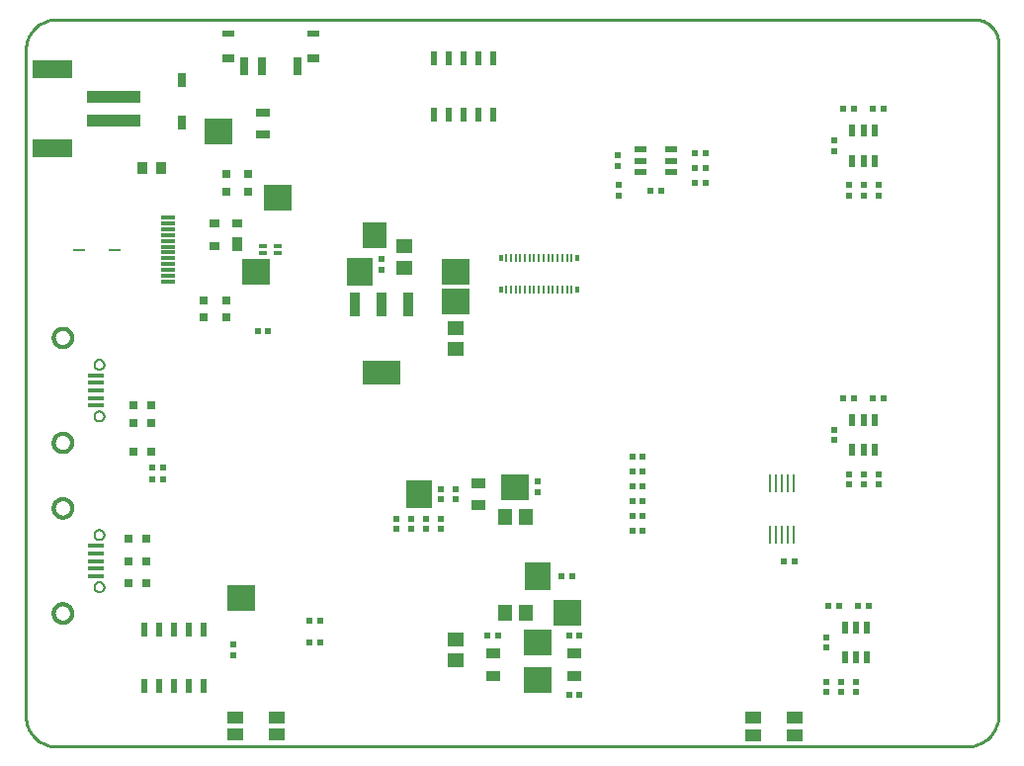
<source format=gbr>
G04 EAGLE Gerber RS-274X export*
G75*
%MOMM*%
%FSLAX34Y34*%
%LPD*%
%INSolderpaste Top*%
%IPPOS*%
%AMOC8*
5,1,8,0,0,1.08239X$1,22.5*%
G01*
%ADD10R,1.300000X0.900000*%
%ADD11R,2.489200X2.235200*%
%ADD12R,2.235200X2.489200*%
%ADD13R,0.230000X0.700000*%
%ADD14R,0.299200X0.609200*%
%ADD15R,0.950000X2.150000*%
%ADD16R,3.250000X2.150000*%
%ADD17R,1.450000X1.150000*%
%ADD18R,0.620000X0.620000*%
%ADD19R,0.279400X1.574800*%
%ADD20R,0.508000X1.270000*%
%ADD21R,0.500000X0.500000*%
%ADD22R,4.600000X1.000000*%
%ADD23R,3.400000X1.600000*%
%ADD24R,0.700000X1.200000*%
%ADD25R,1.200000X0.800000*%
%ADD26R,0.700000X1.500000*%
%ADD27R,1.000000X0.600000*%
%ADD28R,1.000000X0.800000*%
%ADD29R,2.057400X2.235200*%
%ADD30R,1.150000X1.450000*%
%ADD31R,1.400000X1.050000*%
%ADD32R,0.950000X1.000000*%
%ADD33R,0.800000X0.800000*%
%ADD34R,1.000000X0.200000*%
%ADD35R,1.200000X0.300000*%
%ADD36R,0.700000X0.300000*%
%ADD37R,1.100000X0.600000*%
%ADD38R,0.600000X1.100000*%
%ADD39R,0.900000X1.200000*%
%ADD40R,0.900000X0.800000*%
%ADD41C,0.325000*%
%ADD42C,0.200000*%
%ADD43R,1.350000X0.400000*%
%ADD44C,0.254000*%


D10*
X241300Y60350D03*
X241300Y79350D03*
X158750Y225400D03*
X158750Y206400D03*
X171450Y60350D03*
X171450Y79350D03*
D11*
X209550Y57150D03*
D12*
X209550Y146050D03*
D11*
X209550Y88900D03*
X234950Y114300D03*
D12*
X107950Y215900D03*
D11*
X190500Y222250D03*
D13*
X182820Y418680D03*
X182820Y391580D03*
X186820Y418680D03*
X186820Y391580D03*
X190820Y418680D03*
X190820Y391580D03*
X194820Y418680D03*
X194820Y391580D03*
X198820Y418680D03*
X198820Y391580D03*
X202820Y418680D03*
X202820Y391580D03*
X206820Y418680D03*
X206820Y391580D03*
X210820Y418680D03*
X210820Y391580D03*
X214820Y418680D03*
X214820Y391580D03*
X218820Y418680D03*
X218820Y391580D03*
X222820Y418680D03*
X222820Y391580D03*
X226820Y418680D03*
X226820Y391580D03*
X230820Y418680D03*
X230820Y391580D03*
X234820Y418680D03*
X234820Y391580D03*
X238820Y418680D03*
X238820Y391580D03*
D14*
X243570Y418680D03*
X178070Y418680D03*
X243570Y391580D03*
X178070Y391580D03*
D15*
X99200Y378250D03*
X76200Y378250D03*
X53200Y378250D03*
D16*
X76200Y320250D03*
D17*
X139700Y340250D03*
X139700Y358250D03*
D12*
X57150Y406400D03*
D17*
X95250Y428100D03*
X95250Y410100D03*
D18*
X76200Y417250D03*
X76200Y408250D03*
D11*
X139700Y406400D03*
D19*
X429100Y225200D03*
X424100Y225200D03*
X419100Y225200D03*
X414100Y225200D03*
X409100Y225200D03*
X409100Y181200D03*
X414100Y181200D03*
X419100Y181200D03*
X424100Y181200D03*
X429100Y181200D03*
D18*
X420950Y158750D03*
X429950Y158750D03*
D20*
X171450Y589280D03*
X171450Y541020D03*
X158750Y589280D03*
X158750Y541020D03*
X146050Y589280D03*
X146050Y541020D03*
X133350Y589280D03*
X133350Y541020D03*
X120650Y589280D03*
X120650Y541020D03*
X-127000Y52070D03*
X-127000Y100330D03*
X-114300Y52070D03*
X-114300Y100330D03*
X-101600Y52070D03*
X-101600Y100330D03*
X-88900Y52070D03*
X-88900Y100330D03*
X-76200Y52070D03*
X-76200Y100330D03*
D21*
X23550Y88900D03*
X14550Y88900D03*
X23550Y107950D03*
X14550Y107950D03*
D22*
X-153500Y536100D03*
X-153500Y556100D03*
D23*
X-205500Y512100D03*
X-205500Y580100D03*
D24*
X-95250Y533950D03*
X-95250Y570950D03*
D25*
X-25400Y524400D03*
X-25400Y542400D03*
D26*
X-41296Y582702D03*
X-26296Y582702D03*
X3704Y582702D03*
D27*
X-55296Y610202D03*
D28*
X-55296Y589202D03*
D27*
X17704Y610202D03*
D28*
X17704Y589202D03*
D11*
X139700Y381000D03*
D29*
X69723Y438150D03*
D30*
X199500Y114300D03*
X181500Y114300D03*
X181500Y196850D03*
X199500Y196850D03*
D17*
X139700Y91550D03*
X139700Y73550D03*
D18*
X236800Y44450D03*
X245800Y44450D03*
X236800Y95250D03*
X245800Y95250D03*
X139700Y220400D03*
X139700Y211400D03*
X127000Y220400D03*
X127000Y211400D03*
X114300Y195000D03*
X114300Y186000D03*
X101600Y195000D03*
X101600Y186000D03*
X88900Y195000D03*
X88900Y186000D03*
X127000Y195000D03*
X127000Y186000D03*
X209550Y226750D03*
X209550Y217750D03*
X299902Y184404D03*
X290902Y184404D03*
X299902Y197104D03*
X290902Y197104D03*
X299902Y247904D03*
X290902Y247904D03*
X299902Y235204D03*
X290902Y235204D03*
X299902Y222504D03*
X290902Y222504D03*
X299902Y209804D03*
X290902Y209804D03*
X175950Y95250D03*
X166950Y95250D03*
D21*
X230450Y146050D03*
X239450Y146050D03*
D31*
X-49496Y24776D03*
X-13496Y24776D03*
X-49496Y10276D03*
X-13496Y10276D03*
D18*
X-50800Y87050D03*
X-50800Y78050D03*
D11*
X-44450Y127000D03*
D32*
X-112650Y495300D03*
X-128650Y495300D03*
D33*
X-38100Y475100D03*
X-38100Y490100D03*
X-57150Y382150D03*
X-57150Y367150D03*
D34*
X-152400Y425450D03*
X-183400Y425450D03*
D35*
X-106600Y452950D03*
X-106600Y447950D03*
X-106600Y442950D03*
X-106600Y437950D03*
X-106600Y432950D03*
X-106600Y427950D03*
X-106600Y422950D03*
X-106600Y417950D03*
X-106600Y412950D03*
X-106600Y407950D03*
X-106600Y402950D03*
X-106600Y397950D03*
D33*
X-57150Y490100D03*
X-57150Y475100D03*
X-76200Y367150D03*
X-76200Y382150D03*
D11*
X-63500Y527050D03*
X-12700Y469900D03*
D21*
X-20900Y355600D03*
X-29900Y355600D03*
D18*
X-111324Y228600D03*
X-120324Y228600D03*
X-111070Y239014D03*
X-120070Y239014D03*
D11*
X-31750Y406400D03*
D36*
X-12800Y422700D03*
X-12800Y428200D03*
X-25300Y428200D03*
X-25300Y422700D03*
D37*
X324150Y511150D03*
X324150Y501650D03*
X324150Y492150D03*
X298150Y492150D03*
X298150Y501650D03*
X298150Y511150D03*
D21*
X279400Y471750D03*
X279400Y480750D03*
X278130Y506404D03*
X278130Y497404D03*
X344750Y508000D03*
X353750Y508000D03*
X315650Y476250D03*
X306650Y476250D03*
X353750Y482600D03*
X344750Y482600D03*
D18*
X353750Y495300D03*
X344750Y495300D03*
D38*
X498450Y501350D03*
X488950Y501350D03*
X479450Y501350D03*
X479450Y527350D03*
X488950Y527350D03*
X498450Y527350D03*
D21*
X471750Y546100D03*
X480750Y546100D03*
X506150Y546100D03*
X497150Y546100D03*
X501650Y480750D03*
X501650Y471750D03*
X463550Y509850D03*
X463550Y518850D03*
X476250Y471750D03*
X476250Y480750D03*
D18*
X488950Y471750D03*
X488950Y480750D03*
D38*
X498450Y253700D03*
X488950Y253700D03*
X479450Y253700D03*
X479450Y279700D03*
X488950Y279700D03*
X498450Y279700D03*
D21*
X471750Y298450D03*
X480750Y298450D03*
X506150Y298450D03*
X497150Y298450D03*
X501650Y233100D03*
X501650Y224100D03*
X463550Y262200D03*
X463550Y271200D03*
X476250Y233100D03*
X476250Y224100D03*
D18*
X488950Y224100D03*
X488950Y233100D03*
D38*
X492100Y75900D03*
X482600Y75900D03*
X473100Y75900D03*
X473100Y101900D03*
X482600Y101900D03*
X492100Y101900D03*
D21*
X459050Y120650D03*
X468050Y120650D03*
X493450Y120650D03*
X484450Y120650D03*
X482600Y55300D03*
X482600Y46300D03*
X457200Y84400D03*
X457200Y93400D03*
X457200Y46300D03*
X457200Y55300D03*
D18*
X469900Y46300D03*
X469900Y55300D03*
D39*
X-47150Y430150D03*
D40*
X-47150Y448150D03*
X-67150Y448150D03*
X-67150Y428150D03*
D41*
X-204725Y203750D02*
X-204723Y203943D01*
X-204716Y204136D01*
X-204704Y204329D01*
X-204687Y204522D01*
X-204666Y204714D01*
X-204640Y204906D01*
X-204609Y205096D01*
X-204574Y205286D01*
X-204534Y205475D01*
X-204489Y205663D01*
X-204440Y205850D01*
X-204386Y206036D01*
X-204328Y206220D01*
X-204265Y206403D01*
X-204197Y206584D01*
X-204126Y206764D01*
X-204049Y206941D01*
X-203969Y207117D01*
X-203884Y207291D01*
X-203795Y207462D01*
X-203702Y207632D01*
X-203605Y207799D01*
X-203503Y207963D01*
X-203398Y208125D01*
X-203288Y208284D01*
X-203175Y208441D01*
X-203058Y208595D01*
X-202937Y208746D01*
X-202813Y208894D01*
X-202685Y209039D01*
X-202553Y209180D01*
X-202418Y209318D01*
X-202280Y209453D01*
X-202139Y209585D01*
X-201994Y209713D01*
X-201846Y209837D01*
X-201695Y209958D01*
X-201541Y210075D01*
X-201384Y210188D01*
X-201225Y210298D01*
X-201063Y210403D01*
X-200899Y210505D01*
X-200732Y210602D01*
X-200562Y210695D01*
X-200391Y210784D01*
X-200217Y210869D01*
X-200041Y210949D01*
X-199864Y211026D01*
X-199684Y211097D01*
X-199503Y211165D01*
X-199320Y211228D01*
X-199136Y211286D01*
X-198950Y211340D01*
X-198763Y211389D01*
X-198575Y211434D01*
X-198386Y211474D01*
X-198196Y211509D01*
X-198006Y211540D01*
X-197814Y211566D01*
X-197622Y211587D01*
X-197429Y211604D01*
X-197236Y211616D01*
X-197043Y211623D01*
X-196850Y211625D01*
X-196657Y211623D01*
X-196464Y211616D01*
X-196271Y211604D01*
X-196078Y211587D01*
X-195886Y211566D01*
X-195694Y211540D01*
X-195504Y211509D01*
X-195314Y211474D01*
X-195125Y211434D01*
X-194937Y211389D01*
X-194750Y211340D01*
X-194564Y211286D01*
X-194380Y211228D01*
X-194197Y211165D01*
X-194016Y211097D01*
X-193836Y211026D01*
X-193659Y210949D01*
X-193483Y210869D01*
X-193309Y210784D01*
X-193138Y210695D01*
X-192968Y210602D01*
X-192801Y210505D01*
X-192637Y210403D01*
X-192475Y210298D01*
X-192316Y210188D01*
X-192159Y210075D01*
X-192005Y209958D01*
X-191854Y209837D01*
X-191706Y209713D01*
X-191561Y209585D01*
X-191420Y209453D01*
X-191282Y209318D01*
X-191147Y209180D01*
X-191015Y209039D01*
X-190887Y208894D01*
X-190763Y208746D01*
X-190642Y208595D01*
X-190525Y208441D01*
X-190412Y208284D01*
X-190302Y208125D01*
X-190197Y207963D01*
X-190095Y207799D01*
X-189998Y207632D01*
X-189905Y207462D01*
X-189816Y207291D01*
X-189731Y207117D01*
X-189651Y206941D01*
X-189574Y206764D01*
X-189503Y206584D01*
X-189435Y206403D01*
X-189372Y206220D01*
X-189314Y206036D01*
X-189260Y205850D01*
X-189211Y205663D01*
X-189166Y205475D01*
X-189126Y205286D01*
X-189091Y205096D01*
X-189060Y204906D01*
X-189034Y204714D01*
X-189013Y204522D01*
X-188996Y204329D01*
X-188984Y204136D01*
X-188977Y203943D01*
X-188975Y203750D01*
X-188977Y203557D01*
X-188984Y203364D01*
X-188996Y203171D01*
X-189013Y202978D01*
X-189034Y202786D01*
X-189060Y202594D01*
X-189091Y202404D01*
X-189126Y202214D01*
X-189166Y202025D01*
X-189211Y201837D01*
X-189260Y201650D01*
X-189314Y201464D01*
X-189372Y201280D01*
X-189435Y201097D01*
X-189503Y200916D01*
X-189574Y200736D01*
X-189651Y200559D01*
X-189731Y200383D01*
X-189816Y200209D01*
X-189905Y200038D01*
X-189998Y199868D01*
X-190095Y199701D01*
X-190197Y199537D01*
X-190302Y199375D01*
X-190412Y199216D01*
X-190525Y199059D01*
X-190642Y198905D01*
X-190763Y198754D01*
X-190887Y198606D01*
X-191015Y198461D01*
X-191147Y198320D01*
X-191282Y198182D01*
X-191420Y198047D01*
X-191561Y197915D01*
X-191706Y197787D01*
X-191854Y197663D01*
X-192005Y197542D01*
X-192159Y197425D01*
X-192316Y197312D01*
X-192475Y197202D01*
X-192637Y197097D01*
X-192801Y196995D01*
X-192968Y196898D01*
X-193138Y196805D01*
X-193309Y196716D01*
X-193483Y196631D01*
X-193659Y196551D01*
X-193836Y196474D01*
X-194016Y196403D01*
X-194197Y196335D01*
X-194380Y196272D01*
X-194564Y196214D01*
X-194750Y196160D01*
X-194937Y196111D01*
X-195125Y196066D01*
X-195314Y196026D01*
X-195504Y195991D01*
X-195694Y195960D01*
X-195886Y195934D01*
X-196078Y195913D01*
X-196271Y195896D01*
X-196464Y195884D01*
X-196657Y195877D01*
X-196850Y195875D01*
X-197043Y195877D01*
X-197236Y195884D01*
X-197429Y195896D01*
X-197622Y195913D01*
X-197814Y195934D01*
X-198006Y195960D01*
X-198196Y195991D01*
X-198386Y196026D01*
X-198575Y196066D01*
X-198763Y196111D01*
X-198950Y196160D01*
X-199136Y196214D01*
X-199320Y196272D01*
X-199503Y196335D01*
X-199684Y196403D01*
X-199864Y196474D01*
X-200041Y196551D01*
X-200217Y196631D01*
X-200391Y196716D01*
X-200562Y196805D01*
X-200732Y196898D01*
X-200899Y196995D01*
X-201063Y197097D01*
X-201225Y197202D01*
X-201384Y197312D01*
X-201541Y197425D01*
X-201695Y197542D01*
X-201846Y197663D01*
X-201994Y197787D01*
X-202139Y197915D01*
X-202280Y198047D01*
X-202418Y198182D01*
X-202553Y198320D01*
X-202685Y198461D01*
X-202813Y198606D01*
X-202937Y198754D01*
X-203058Y198905D01*
X-203175Y199059D01*
X-203288Y199216D01*
X-203398Y199375D01*
X-203503Y199537D01*
X-203605Y199701D01*
X-203702Y199868D01*
X-203795Y200038D01*
X-203884Y200209D01*
X-203969Y200383D01*
X-204049Y200559D01*
X-204126Y200736D01*
X-204197Y200916D01*
X-204265Y201097D01*
X-204328Y201280D01*
X-204386Y201464D01*
X-204440Y201650D01*
X-204489Y201837D01*
X-204534Y202025D01*
X-204574Y202214D01*
X-204609Y202404D01*
X-204640Y202594D01*
X-204666Y202786D01*
X-204687Y202978D01*
X-204704Y203171D01*
X-204716Y203364D01*
X-204723Y203557D01*
X-204725Y203750D01*
X-204725Y113750D02*
X-204723Y113943D01*
X-204716Y114136D01*
X-204704Y114329D01*
X-204687Y114522D01*
X-204666Y114714D01*
X-204640Y114906D01*
X-204609Y115096D01*
X-204574Y115286D01*
X-204534Y115475D01*
X-204489Y115663D01*
X-204440Y115850D01*
X-204386Y116036D01*
X-204328Y116220D01*
X-204265Y116403D01*
X-204197Y116584D01*
X-204126Y116764D01*
X-204049Y116941D01*
X-203969Y117117D01*
X-203884Y117291D01*
X-203795Y117462D01*
X-203702Y117632D01*
X-203605Y117799D01*
X-203503Y117963D01*
X-203398Y118125D01*
X-203288Y118284D01*
X-203175Y118441D01*
X-203058Y118595D01*
X-202937Y118746D01*
X-202813Y118894D01*
X-202685Y119039D01*
X-202553Y119180D01*
X-202418Y119318D01*
X-202280Y119453D01*
X-202139Y119585D01*
X-201994Y119713D01*
X-201846Y119837D01*
X-201695Y119958D01*
X-201541Y120075D01*
X-201384Y120188D01*
X-201225Y120298D01*
X-201063Y120403D01*
X-200899Y120505D01*
X-200732Y120602D01*
X-200562Y120695D01*
X-200391Y120784D01*
X-200217Y120869D01*
X-200041Y120949D01*
X-199864Y121026D01*
X-199684Y121097D01*
X-199503Y121165D01*
X-199320Y121228D01*
X-199136Y121286D01*
X-198950Y121340D01*
X-198763Y121389D01*
X-198575Y121434D01*
X-198386Y121474D01*
X-198196Y121509D01*
X-198006Y121540D01*
X-197814Y121566D01*
X-197622Y121587D01*
X-197429Y121604D01*
X-197236Y121616D01*
X-197043Y121623D01*
X-196850Y121625D01*
X-196657Y121623D01*
X-196464Y121616D01*
X-196271Y121604D01*
X-196078Y121587D01*
X-195886Y121566D01*
X-195694Y121540D01*
X-195504Y121509D01*
X-195314Y121474D01*
X-195125Y121434D01*
X-194937Y121389D01*
X-194750Y121340D01*
X-194564Y121286D01*
X-194380Y121228D01*
X-194197Y121165D01*
X-194016Y121097D01*
X-193836Y121026D01*
X-193659Y120949D01*
X-193483Y120869D01*
X-193309Y120784D01*
X-193138Y120695D01*
X-192968Y120602D01*
X-192801Y120505D01*
X-192637Y120403D01*
X-192475Y120298D01*
X-192316Y120188D01*
X-192159Y120075D01*
X-192005Y119958D01*
X-191854Y119837D01*
X-191706Y119713D01*
X-191561Y119585D01*
X-191420Y119453D01*
X-191282Y119318D01*
X-191147Y119180D01*
X-191015Y119039D01*
X-190887Y118894D01*
X-190763Y118746D01*
X-190642Y118595D01*
X-190525Y118441D01*
X-190412Y118284D01*
X-190302Y118125D01*
X-190197Y117963D01*
X-190095Y117799D01*
X-189998Y117632D01*
X-189905Y117462D01*
X-189816Y117291D01*
X-189731Y117117D01*
X-189651Y116941D01*
X-189574Y116764D01*
X-189503Y116584D01*
X-189435Y116403D01*
X-189372Y116220D01*
X-189314Y116036D01*
X-189260Y115850D01*
X-189211Y115663D01*
X-189166Y115475D01*
X-189126Y115286D01*
X-189091Y115096D01*
X-189060Y114906D01*
X-189034Y114714D01*
X-189013Y114522D01*
X-188996Y114329D01*
X-188984Y114136D01*
X-188977Y113943D01*
X-188975Y113750D01*
X-188977Y113557D01*
X-188984Y113364D01*
X-188996Y113171D01*
X-189013Y112978D01*
X-189034Y112786D01*
X-189060Y112594D01*
X-189091Y112404D01*
X-189126Y112214D01*
X-189166Y112025D01*
X-189211Y111837D01*
X-189260Y111650D01*
X-189314Y111464D01*
X-189372Y111280D01*
X-189435Y111097D01*
X-189503Y110916D01*
X-189574Y110736D01*
X-189651Y110559D01*
X-189731Y110383D01*
X-189816Y110209D01*
X-189905Y110038D01*
X-189998Y109868D01*
X-190095Y109701D01*
X-190197Y109537D01*
X-190302Y109375D01*
X-190412Y109216D01*
X-190525Y109059D01*
X-190642Y108905D01*
X-190763Y108754D01*
X-190887Y108606D01*
X-191015Y108461D01*
X-191147Y108320D01*
X-191282Y108182D01*
X-191420Y108047D01*
X-191561Y107915D01*
X-191706Y107787D01*
X-191854Y107663D01*
X-192005Y107542D01*
X-192159Y107425D01*
X-192316Y107312D01*
X-192475Y107202D01*
X-192637Y107097D01*
X-192801Y106995D01*
X-192968Y106898D01*
X-193138Y106805D01*
X-193309Y106716D01*
X-193483Y106631D01*
X-193659Y106551D01*
X-193836Y106474D01*
X-194016Y106403D01*
X-194197Y106335D01*
X-194380Y106272D01*
X-194564Y106214D01*
X-194750Y106160D01*
X-194937Y106111D01*
X-195125Y106066D01*
X-195314Y106026D01*
X-195504Y105991D01*
X-195694Y105960D01*
X-195886Y105934D01*
X-196078Y105913D01*
X-196271Y105896D01*
X-196464Y105884D01*
X-196657Y105877D01*
X-196850Y105875D01*
X-197043Y105877D01*
X-197236Y105884D01*
X-197429Y105896D01*
X-197622Y105913D01*
X-197814Y105934D01*
X-198006Y105960D01*
X-198196Y105991D01*
X-198386Y106026D01*
X-198575Y106066D01*
X-198763Y106111D01*
X-198950Y106160D01*
X-199136Y106214D01*
X-199320Y106272D01*
X-199503Y106335D01*
X-199684Y106403D01*
X-199864Y106474D01*
X-200041Y106551D01*
X-200217Y106631D01*
X-200391Y106716D01*
X-200562Y106805D01*
X-200732Y106898D01*
X-200899Y106995D01*
X-201063Y107097D01*
X-201225Y107202D01*
X-201384Y107312D01*
X-201541Y107425D01*
X-201695Y107542D01*
X-201846Y107663D01*
X-201994Y107787D01*
X-202139Y107915D01*
X-202280Y108047D01*
X-202418Y108182D01*
X-202553Y108320D01*
X-202685Y108461D01*
X-202813Y108606D01*
X-202937Y108754D01*
X-203058Y108905D01*
X-203175Y109059D01*
X-203288Y109216D01*
X-203398Y109375D01*
X-203503Y109537D01*
X-203605Y109701D01*
X-203702Y109868D01*
X-203795Y110038D01*
X-203884Y110209D01*
X-203969Y110383D01*
X-204049Y110559D01*
X-204126Y110736D01*
X-204197Y110916D01*
X-204265Y111097D01*
X-204328Y111280D01*
X-204386Y111464D01*
X-204440Y111650D01*
X-204489Y111837D01*
X-204534Y112025D01*
X-204574Y112214D01*
X-204609Y112404D01*
X-204640Y112594D01*
X-204666Y112786D01*
X-204687Y112978D01*
X-204704Y113171D01*
X-204716Y113364D01*
X-204723Y113557D01*
X-204725Y113750D01*
D42*
X-169850Y181000D02*
X-169848Y181130D01*
X-169842Y181260D01*
X-169832Y181390D01*
X-169818Y181520D01*
X-169800Y181649D01*
X-169778Y181777D01*
X-169753Y181905D01*
X-169723Y182032D01*
X-169689Y182158D01*
X-169652Y182282D01*
X-169611Y182406D01*
X-169566Y182528D01*
X-169517Y182649D01*
X-169465Y182768D01*
X-169409Y182886D01*
X-169349Y183002D01*
X-169286Y183116D01*
X-169219Y183228D01*
X-169149Y183337D01*
X-169076Y183445D01*
X-169000Y183550D01*
X-168920Y183653D01*
X-168837Y183754D01*
X-168751Y183852D01*
X-168662Y183947D01*
X-168570Y184040D01*
X-168476Y184129D01*
X-168379Y184216D01*
X-168279Y184299D01*
X-168176Y184380D01*
X-168072Y184457D01*
X-167965Y184531D01*
X-167855Y184602D01*
X-167744Y184670D01*
X-167630Y184734D01*
X-167515Y184794D01*
X-167398Y184851D01*
X-167279Y184904D01*
X-167158Y184954D01*
X-167037Y185000D01*
X-166913Y185042D01*
X-166789Y185080D01*
X-166663Y185115D01*
X-166537Y185146D01*
X-166409Y185172D01*
X-166281Y185195D01*
X-166152Y185214D01*
X-166023Y185229D01*
X-165893Y185240D01*
X-165763Y185247D01*
X-165633Y185250D01*
X-165502Y185249D01*
X-165372Y185244D01*
X-165242Y185235D01*
X-165113Y185222D01*
X-164983Y185205D01*
X-164855Y185184D01*
X-164727Y185159D01*
X-164600Y185131D01*
X-164474Y185098D01*
X-164349Y185062D01*
X-164225Y185021D01*
X-164102Y184977D01*
X-163981Y184930D01*
X-163861Y184878D01*
X-163743Y184823D01*
X-163627Y184764D01*
X-163513Y184702D01*
X-163400Y184636D01*
X-163290Y184567D01*
X-163182Y184495D01*
X-163076Y184419D01*
X-162972Y184340D01*
X-162871Y184258D01*
X-162772Y184173D01*
X-162676Y184085D01*
X-162583Y183994D01*
X-162493Y183900D01*
X-162406Y183803D01*
X-162321Y183704D01*
X-162240Y183602D01*
X-162162Y183498D01*
X-162087Y183392D01*
X-162015Y183283D01*
X-161947Y183172D01*
X-161882Y183059D01*
X-161821Y182944D01*
X-161763Y182827D01*
X-161709Y182709D01*
X-161658Y182589D01*
X-161611Y182467D01*
X-161568Y182344D01*
X-161529Y182220D01*
X-161493Y182095D01*
X-161462Y181968D01*
X-161434Y181841D01*
X-161410Y181713D01*
X-161390Y181584D01*
X-161374Y181455D01*
X-161362Y181325D01*
X-161354Y181195D01*
X-161350Y181065D01*
X-161350Y180935D01*
X-161354Y180805D01*
X-161362Y180675D01*
X-161374Y180545D01*
X-161390Y180416D01*
X-161410Y180287D01*
X-161434Y180159D01*
X-161462Y180032D01*
X-161493Y179905D01*
X-161529Y179780D01*
X-161568Y179656D01*
X-161611Y179533D01*
X-161658Y179411D01*
X-161709Y179291D01*
X-161763Y179173D01*
X-161821Y179056D01*
X-161882Y178941D01*
X-161947Y178828D01*
X-162015Y178717D01*
X-162087Y178608D01*
X-162162Y178502D01*
X-162240Y178398D01*
X-162321Y178296D01*
X-162406Y178197D01*
X-162493Y178100D01*
X-162583Y178006D01*
X-162676Y177915D01*
X-162772Y177827D01*
X-162871Y177742D01*
X-162972Y177660D01*
X-163076Y177581D01*
X-163182Y177505D01*
X-163290Y177433D01*
X-163400Y177364D01*
X-163513Y177298D01*
X-163627Y177236D01*
X-163743Y177177D01*
X-163861Y177122D01*
X-163981Y177070D01*
X-164102Y177023D01*
X-164225Y176979D01*
X-164349Y176938D01*
X-164474Y176902D01*
X-164600Y176869D01*
X-164727Y176841D01*
X-164855Y176816D01*
X-164983Y176795D01*
X-165113Y176778D01*
X-165242Y176765D01*
X-165372Y176756D01*
X-165502Y176751D01*
X-165633Y176750D01*
X-165763Y176753D01*
X-165893Y176760D01*
X-166023Y176771D01*
X-166152Y176786D01*
X-166281Y176805D01*
X-166409Y176828D01*
X-166537Y176854D01*
X-166663Y176885D01*
X-166789Y176920D01*
X-166913Y176958D01*
X-167037Y177000D01*
X-167158Y177046D01*
X-167279Y177096D01*
X-167398Y177149D01*
X-167515Y177206D01*
X-167630Y177266D01*
X-167744Y177330D01*
X-167855Y177398D01*
X-167965Y177469D01*
X-168072Y177543D01*
X-168176Y177620D01*
X-168279Y177701D01*
X-168379Y177784D01*
X-168476Y177871D01*
X-168570Y177960D01*
X-168662Y178053D01*
X-168751Y178148D01*
X-168837Y178246D01*
X-168920Y178347D01*
X-169000Y178450D01*
X-169076Y178555D01*
X-169149Y178663D01*
X-169219Y178772D01*
X-169286Y178884D01*
X-169349Y178998D01*
X-169409Y179114D01*
X-169465Y179232D01*
X-169517Y179351D01*
X-169566Y179472D01*
X-169611Y179594D01*
X-169652Y179718D01*
X-169689Y179842D01*
X-169723Y179968D01*
X-169753Y180095D01*
X-169778Y180223D01*
X-169800Y180351D01*
X-169818Y180480D01*
X-169832Y180610D01*
X-169842Y180740D01*
X-169848Y180870D01*
X-169850Y181000D01*
X-169850Y136500D02*
X-169848Y136630D01*
X-169842Y136760D01*
X-169832Y136890D01*
X-169818Y137020D01*
X-169800Y137149D01*
X-169778Y137277D01*
X-169753Y137405D01*
X-169723Y137532D01*
X-169689Y137658D01*
X-169652Y137782D01*
X-169611Y137906D01*
X-169566Y138028D01*
X-169517Y138149D01*
X-169465Y138268D01*
X-169409Y138386D01*
X-169349Y138502D01*
X-169286Y138616D01*
X-169219Y138728D01*
X-169149Y138837D01*
X-169076Y138945D01*
X-169000Y139050D01*
X-168920Y139153D01*
X-168837Y139254D01*
X-168751Y139352D01*
X-168662Y139447D01*
X-168570Y139540D01*
X-168476Y139629D01*
X-168379Y139716D01*
X-168279Y139799D01*
X-168176Y139880D01*
X-168072Y139957D01*
X-167965Y140031D01*
X-167855Y140102D01*
X-167744Y140170D01*
X-167630Y140234D01*
X-167515Y140294D01*
X-167398Y140351D01*
X-167279Y140404D01*
X-167158Y140454D01*
X-167037Y140500D01*
X-166913Y140542D01*
X-166789Y140580D01*
X-166663Y140615D01*
X-166537Y140646D01*
X-166409Y140672D01*
X-166281Y140695D01*
X-166152Y140714D01*
X-166023Y140729D01*
X-165893Y140740D01*
X-165763Y140747D01*
X-165633Y140750D01*
X-165502Y140749D01*
X-165372Y140744D01*
X-165242Y140735D01*
X-165113Y140722D01*
X-164983Y140705D01*
X-164855Y140684D01*
X-164727Y140659D01*
X-164600Y140631D01*
X-164474Y140598D01*
X-164349Y140562D01*
X-164225Y140521D01*
X-164102Y140477D01*
X-163981Y140430D01*
X-163861Y140378D01*
X-163743Y140323D01*
X-163627Y140264D01*
X-163513Y140202D01*
X-163400Y140136D01*
X-163290Y140067D01*
X-163182Y139995D01*
X-163076Y139919D01*
X-162972Y139840D01*
X-162871Y139758D01*
X-162772Y139673D01*
X-162676Y139585D01*
X-162583Y139494D01*
X-162493Y139400D01*
X-162406Y139303D01*
X-162321Y139204D01*
X-162240Y139102D01*
X-162162Y138998D01*
X-162087Y138892D01*
X-162015Y138783D01*
X-161947Y138672D01*
X-161882Y138559D01*
X-161821Y138444D01*
X-161763Y138327D01*
X-161709Y138209D01*
X-161658Y138089D01*
X-161611Y137967D01*
X-161568Y137844D01*
X-161529Y137720D01*
X-161493Y137595D01*
X-161462Y137468D01*
X-161434Y137341D01*
X-161410Y137213D01*
X-161390Y137084D01*
X-161374Y136955D01*
X-161362Y136825D01*
X-161354Y136695D01*
X-161350Y136565D01*
X-161350Y136435D01*
X-161354Y136305D01*
X-161362Y136175D01*
X-161374Y136045D01*
X-161390Y135916D01*
X-161410Y135787D01*
X-161434Y135659D01*
X-161462Y135532D01*
X-161493Y135405D01*
X-161529Y135280D01*
X-161568Y135156D01*
X-161611Y135033D01*
X-161658Y134911D01*
X-161709Y134791D01*
X-161763Y134673D01*
X-161821Y134556D01*
X-161882Y134441D01*
X-161947Y134328D01*
X-162015Y134217D01*
X-162087Y134108D01*
X-162162Y134002D01*
X-162240Y133898D01*
X-162321Y133796D01*
X-162406Y133697D01*
X-162493Y133600D01*
X-162583Y133506D01*
X-162676Y133415D01*
X-162772Y133327D01*
X-162871Y133242D01*
X-162972Y133160D01*
X-163076Y133081D01*
X-163182Y133005D01*
X-163290Y132933D01*
X-163400Y132864D01*
X-163513Y132798D01*
X-163627Y132736D01*
X-163743Y132677D01*
X-163861Y132622D01*
X-163981Y132570D01*
X-164102Y132523D01*
X-164225Y132479D01*
X-164349Y132438D01*
X-164474Y132402D01*
X-164600Y132369D01*
X-164727Y132341D01*
X-164855Y132316D01*
X-164983Y132295D01*
X-165113Y132278D01*
X-165242Y132265D01*
X-165372Y132256D01*
X-165502Y132251D01*
X-165633Y132250D01*
X-165763Y132253D01*
X-165893Y132260D01*
X-166023Y132271D01*
X-166152Y132286D01*
X-166281Y132305D01*
X-166409Y132328D01*
X-166537Y132354D01*
X-166663Y132385D01*
X-166789Y132420D01*
X-166913Y132458D01*
X-167037Y132500D01*
X-167158Y132546D01*
X-167279Y132596D01*
X-167398Y132649D01*
X-167515Y132706D01*
X-167630Y132766D01*
X-167744Y132830D01*
X-167855Y132898D01*
X-167965Y132969D01*
X-168072Y133043D01*
X-168176Y133120D01*
X-168279Y133201D01*
X-168379Y133284D01*
X-168476Y133371D01*
X-168570Y133460D01*
X-168662Y133553D01*
X-168751Y133648D01*
X-168837Y133746D01*
X-168920Y133847D01*
X-169000Y133950D01*
X-169076Y134055D01*
X-169149Y134163D01*
X-169219Y134272D01*
X-169286Y134384D01*
X-169349Y134498D01*
X-169409Y134614D01*
X-169465Y134732D01*
X-169517Y134851D01*
X-169566Y134972D01*
X-169611Y135094D01*
X-169652Y135218D01*
X-169689Y135342D01*
X-169723Y135468D01*
X-169753Y135595D01*
X-169778Y135723D01*
X-169800Y135851D01*
X-169818Y135980D01*
X-169832Y136110D01*
X-169842Y136240D01*
X-169848Y136370D01*
X-169850Y136500D01*
D43*
X-168850Y171750D03*
X-168850Y165250D03*
X-168850Y158750D03*
X-168850Y152250D03*
X-168850Y145750D03*
D41*
X-204725Y349800D02*
X-204723Y349993D01*
X-204716Y350186D01*
X-204704Y350379D01*
X-204687Y350572D01*
X-204666Y350764D01*
X-204640Y350956D01*
X-204609Y351146D01*
X-204574Y351336D01*
X-204534Y351525D01*
X-204489Y351713D01*
X-204440Y351900D01*
X-204386Y352086D01*
X-204328Y352270D01*
X-204265Y352453D01*
X-204197Y352634D01*
X-204126Y352814D01*
X-204049Y352991D01*
X-203969Y353167D01*
X-203884Y353341D01*
X-203795Y353512D01*
X-203702Y353682D01*
X-203605Y353849D01*
X-203503Y354013D01*
X-203398Y354175D01*
X-203288Y354334D01*
X-203175Y354491D01*
X-203058Y354645D01*
X-202937Y354796D01*
X-202813Y354944D01*
X-202685Y355089D01*
X-202553Y355230D01*
X-202418Y355368D01*
X-202280Y355503D01*
X-202139Y355635D01*
X-201994Y355763D01*
X-201846Y355887D01*
X-201695Y356008D01*
X-201541Y356125D01*
X-201384Y356238D01*
X-201225Y356348D01*
X-201063Y356453D01*
X-200899Y356555D01*
X-200732Y356652D01*
X-200562Y356745D01*
X-200391Y356834D01*
X-200217Y356919D01*
X-200041Y356999D01*
X-199864Y357076D01*
X-199684Y357147D01*
X-199503Y357215D01*
X-199320Y357278D01*
X-199136Y357336D01*
X-198950Y357390D01*
X-198763Y357439D01*
X-198575Y357484D01*
X-198386Y357524D01*
X-198196Y357559D01*
X-198006Y357590D01*
X-197814Y357616D01*
X-197622Y357637D01*
X-197429Y357654D01*
X-197236Y357666D01*
X-197043Y357673D01*
X-196850Y357675D01*
X-196657Y357673D01*
X-196464Y357666D01*
X-196271Y357654D01*
X-196078Y357637D01*
X-195886Y357616D01*
X-195694Y357590D01*
X-195504Y357559D01*
X-195314Y357524D01*
X-195125Y357484D01*
X-194937Y357439D01*
X-194750Y357390D01*
X-194564Y357336D01*
X-194380Y357278D01*
X-194197Y357215D01*
X-194016Y357147D01*
X-193836Y357076D01*
X-193659Y356999D01*
X-193483Y356919D01*
X-193309Y356834D01*
X-193138Y356745D01*
X-192968Y356652D01*
X-192801Y356555D01*
X-192637Y356453D01*
X-192475Y356348D01*
X-192316Y356238D01*
X-192159Y356125D01*
X-192005Y356008D01*
X-191854Y355887D01*
X-191706Y355763D01*
X-191561Y355635D01*
X-191420Y355503D01*
X-191282Y355368D01*
X-191147Y355230D01*
X-191015Y355089D01*
X-190887Y354944D01*
X-190763Y354796D01*
X-190642Y354645D01*
X-190525Y354491D01*
X-190412Y354334D01*
X-190302Y354175D01*
X-190197Y354013D01*
X-190095Y353849D01*
X-189998Y353682D01*
X-189905Y353512D01*
X-189816Y353341D01*
X-189731Y353167D01*
X-189651Y352991D01*
X-189574Y352814D01*
X-189503Y352634D01*
X-189435Y352453D01*
X-189372Y352270D01*
X-189314Y352086D01*
X-189260Y351900D01*
X-189211Y351713D01*
X-189166Y351525D01*
X-189126Y351336D01*
X-189091Y351146D01*
X-189060Y350956D01*
X-189034Y350764D01*
X-189013Y350572D01*
X-188996Y350379D01*
X-188984Y350186D01*
X-188977Y349993D01*
X-188975Y349800D01*
X-188977Y349607D01*
X-188984Y349414D01*
X-188996Y349221D01*
X-189013Y349028D01*
X-189034Y348836D01*
X-189060Y348644D01*
X-189091Y348454D01*
X-189126Y348264D01*
X-189166Y348075D01*
X-189211Y347887D01*
X-189260Y347700D01*
X-189314Y347514D01*
X-189372Y347330D01*
X-189435Y347147D01*
X-189503Y346966D01*
X-189574Y346786D01*
X-189651Y346609D01*
X-189731Y346433D01*
X-189816Y346259D01*
X-189905Y346088D01*
X-189998Y345918D01*
X-190095Y345751D01*
X-190197Y345587D01*
X-190302Y345425D01*
X-190412Y345266D01*
X-190525Y345109D01*
X-190642Y344955D01*
X-190763Y344804D01*
X-190887Y344656D01*
X-191015Y344511D01*
X-191147Y344370D01*
X-191282Y344232D01*
X-191420Y344097D01*
X-191561Y343965D01*
X-191706Y343837D01*
X-191854Y343713D01*
X-192005Y343592D01*
X-192159Y343475D01*
X-192316Y343362D01*
X-192475Y343252D01*
X-192637Y343147D01*
X-192801Y343045D01*
X-192968Y342948D01*
X-193138Y342855D01*
X-193309Y342766D01*
X-193483Y342681D01*
X-193659Y342601D01*
X-193836Y342524D01*
X-194016Y342453D01*
X-194197Y342385D01*
X-194380Y342322D01*
X-194564Y342264D01*
X-194750Y342210D01*
X-194937Y342161D01*
X-195125Y342116D01*
X-195314Y342076D01*
X-195504Y342041D01*
X-195694Y342010D01*
X-195886Y341984D01*
X-196078Y341963D01*
X-196271Y341946D01*
X-196464Y341934D01*
X-196657Y341927D01*
X-196850Y341925D01*
X-197043Y341927D01*
X-197236Y341934D01*
X-197429Y341946D01*
X-197622Y341963D01*
X-197814Y341984D01*
X-198006Y342010D01*
X-198196Y342041D01*
X-198386Y342076D01*
X-198575Y342116D01*
X-198763Y342161D01*
X-198950Y342210D01*
X-199136Y342264D01*
X-199320Y342322D01*
X-199503Y342385D01*
X-199684Y342453D01*
X-199864Y342524D01*
X-200041Y342601D01*
X-200217Y342681D01*
X-200391Y342766D01*
X-200562Y342855D01*
X-200732Y342948D01*
X-200899Y343045D01*
X-201063Y343147D01*
X-201225Y343252D01*
X-201384Y343362D01*
X-201541Y343475D01*
X-201695Y343592D01*
X-201846Y343713D01*
X-201994Y343837D01*
X-202139Y343965D01*
X-202280Y344097D01*
X-202418Y344232D01*
X-202553Y344370D01*
X-202685Y344511D01*
X-202813Y344656D01*
X-202937Y344804D01*
X-203058Y344955D01*
X-203175Y345109D01*
X-203288Y345266D01*
X-203398Y345425D01*
X-203503Y345587D01*
X-203605Y345751D01*
X-203702Y345918D01*
X-203795Y346088D01*
X-203884Y346259D01*
X-203969Y346433D01*
X-204049Y346609D01*
X-204126Y346786D01*
X-204197Y346966D01*
X-204265Y347147D01*
X-204328Y347330D01*
X-204386Y347514D01*
X-204440Y347700D01*
X-204489Y347887D01*
X-204534Y348075D01*
X-204574Y348264D01*
X-204609Y348454D01*
X-204640Y348644D01*
X-204666Y348836D01*
X-204687Y349028D01*
X-204704Y349221D01*
X-204716Y349414D01*
X-204723Y349607D01*
X-204725Y349800D01*
X-204725Y259800D02*
X-204723Y259993D01*
X-204716Y260186D01*
X-204704Y260379D01*
X-204687Y260572D01*
X-204666Y260764D01*
X-204640Y260956D01*
X-204609Y261146D01*
X-204574Y261336D01*
X-204534Y261525D01*
X-204489Y261713D01*
X-204440Y261900D01*
X-204386Y262086D01*
X-204328Y262270D01*
X-204265Y262453D01*
X-204197Y262634D01*
X-204126Y262814D01*
X-204049Y262991D01*
X-203969Y263167D01*
X-203884Y263341D01*
X-203795Y263512D01*
X-203702Y263682D01*
X-203605Y263849D01*
X-203503Y264013D01*
X-203398Y264175D01*
X-203288Y264334D01*
X-203175Y264491D01*
X-203058Y264645D01*
X-202937Y264796D01*
X-202813Y264944D01*
X-202685Y265089D01*
X-202553Y265230D01*
X-202418Y265368D01*
X-202280Y265503D01*
X-202139Y265635D01*
X-201994Y265763D01*
X-201846Y265887D01*
X-201695Y266008D01*
X-201541Y266125D01*
X-201384Y266238D01*
X-201225Y266348D01*
X-201063Y266453D01*
X-200899Y266555D01*
X-200732Y266652D01*
X-200562Y266745D01*
X-200391Y266834D01*
X-200217Y266919D01*
X-200041Y266999D01*
X-199864Y267076D01*
X-199684Y267147D01*
X-199503Y267215D01*
X-199320Y267278D01*
X-199136Y267336D01*
X-198950Y267390D01*
X-198763Y267439D01*
X-198575Y267484D01*
X-198386Y267524D01*
X-198196Y267559D01*
X-198006Y267590D01*
X-197814Y267616D01*
X-197622Y267637D01*
X-197429Y267654D01*
X-197236Y267666D01*
X-197043Y267673D01*
X-196850Y267675D01*
X-196657Y267673D01*
X-196464Y267666D01*
X-196271Y267654D01*
X-196078Y267637D01*
X-195886Y267616D01*
X-195694Y267590D01*
X-195504Y267559D01*
X-195314Y267524D01*
X-195125Y267484D01*
X-194937Y267439D01*
X-194750Y267390D01*
X-194564Y267336D01*
X-194380Y267278D01*
X-194197Y267215D01*
X-194016Y267147D01*
X-193836Y267076D01*
X-193659Y266999D01*
X-193483Y266919D01*
X-193309Y266834D01*
X-193138Y266745D01*
X-192968Y266652D01*
X-192801Y266555D01*
X-192637Y266453D01*
X-192475Y266348D01*
X-192316Y266238D01*
X-192159Y266125D01*
X-192005Y266008D01*
X-191854Y265887D01*
X-191706Y265763D01*
X-191561Y265635D01*
X-191420Y265503D01*
X-191282Y265368D01*
X-191147Y265230D01*
X-191015Y265089D01*
X-190887Y264944D01*
X-190763Y264796D01*
X-190642Y264645D01*
X-190525Y264491D01*
X-190412Y264334D01*
X-190302Y264175D01*
X-190197Y264013D01*
X-190095Y263849D01*
X-189998Y263682D01*
X-189905Y263512D01*
X-189816Y263341D01*
X-189731Y263167D01*
X-189651Y262991D01*
X-189574Y262814D01*
X-189503Y262634D01*
X-189435Y262453D01*
X-189372Y262270D01*
X-189314Y262086D01*
X-189260Y261900D01*
X-189211Y261713D01*
X-189166Y261525D01*
X-189126Y261336D01*
X-189091Y261146D01*
X-189060Y260956D01*
X-189034Y260764D01*
X-189013Y260572D01*
X-188996Y260379D01*
X-188984Y260186D01*
X-188977Y259993D01*
X-188975Y259800D01*
X-188977Y259607D01*
X-188984Y259414D01*
X-188996Y259221D01*
X-189013Y259028D01*
X-189034Y258836D01*
X-189060Y258644D01*
X-189091Y258454D01*
X-189126Y258264D01*
X-189166Y258075D01*
X-189211Y257887D01*
X-189260Y257700D01*
X-189314Y257514D01*
X-189372Y257330D01*
X-189435Y257147D01*
X-189503Y256966D01*
X-189574Y256786D01*
X-189651Y256609D01*
X-189731Y256433D01*
X-189816Y256259D01*
X-189905Y256088D01*
X-189998Y255918D01*
X-190095Y255751D01*
X-190197Y255587D01*
X-190302Y255425D01*
X-190412Y255266D01*
X-190525Y255109D01*
X-190642Y254955D01*
X-190763Y254804D01*
X-190887Y254656D01*
X-191015Y254511D01*
X-191147Y254370D01*
X-191282Y254232D01*
X-191420Y254097D01*
X-191561Y253965D01*
X-191706Y253837D01*
X-191854Y253713D01*
X-192005Y253592D01*
X-192159Y253475D01*
X-192316Y253362D01*
X-192475Y253252D01*
X-192637Y253147D01*
X-192801Y253045D01*
X-192968Y252948D01*
X-193138Y252855D01*
X-193309Y252766D01*
X-193483Y252681D01*
X-193659Y252601D01*
X-193836Y252524D01*
X-194016Y252453D01*
X-194197Y252385D01*
X-194380Y252322D01*
X-194564Y252264D01*
X-194750Y252210D01*
X-194937Y252161D01*
X-195125Y252116D01*
X-195314Y252076D01*
X-195504Y252041D01*
X-195694Y252010D01*
X-195886Y251984D01*
X-196078Y251963D01*
X-196271Y251946D01*
X-196464Y251934D01*
X-196657Y251927D01*
X-196850Y251925D01*
X-197043Y251927D01*
X-197236Y251934D01*
X-197429Y251946D01*
X-197622Y251963D01*
X-197814Y251984D01*
X-198006Y252010D01*
X-198196Y252041D01*
X-198386Y252076D01*
X-198575Y252116D01*
X-198763Y252161D01*
X-198950Y252210D01*
X-199136Y252264D01*
X-199320Y252322D01*
X-199503Y252385D01*
X-199684Y252453D01*
X-199864Y252524D01*
X-200041Y252601D01*
X-200217Y252681D01*
X-200391Y252766D01*
X-200562Y252855D01*
X-200732Y252948D01*
X-200899Y253045D01*
X-201063Y253147D01*
X-201225Y253252D01*
X-201384Y253362D01*
X-201541Y253475D01*
X-201695Y253592D01*
X-201846Y253713D01*
X-201994Y253837D01*
X-202139Y253965D01*
X-202280Y254097D01*
X-202418Y254232D01*
X-202553Y254370D01*
X-202685Y254511D01*
X-202813Y254656D01*
X-202937Y254804D01*
X-203058Y254955D01*
X-203175Y255109D01*
X-203288Y255266D01*
X-203398Y255425D01*
X-203503Y255587D01*
X-203605Y255751D01*
X-203702Y255918D01*
X-203795Y256088D01*
X-203884Y256259D01*
X-203969Y256433D01*
X-204049Y256609D01*
X-204126Y256786D01*
X-204197Y256966D01*
X-204265Y257147D01*
X-204328Y257330D01*
X-204386Y257514D01*
X-204440Y257700D01*
X-204489Y257887D01*
X-204534Y258075D01*
X-204574Y258264D01*
X-204609Y258454D01*
X-204640Y258644D01*
X-204666Y258836D01*
X-204687Y259028D01*
X-204704Y259221D01*
X-204716Y259414D01*
X-204723Y259607D01*
X-204725Y259800D01*
D42*
X-169850Y327050D02*
X-169848Y327180D01*
X-169842Y327310D01*
X-169832Y327440D01*
X-169818Y327570D01*
X-169800Y327699D01*
X-169778Y327827D01*
X-169753Y327955D01*
X-169723Y328082D01*
X-169689Y328208D01*
X-169652Y328332D01*
X-169611Y328456D01*
X-169566Y328578D01*
X-169517Y328699D01*
X-169465Y328818D01*
X-169409Y328936D01*
X-169349Y329052D01*
X-169286Y329166D01*
X-169219Y329278D01*
X-169149Y329387D01*
X-169076Y329495D01*
X-169000Y329600D01*
X-168920Y329703D01*
X-168837Y329804D01*
X-168751Y329902D01*
X-168662Y329997D01*
X-168570Y330090D01*
X-168476Y330179D01*
X-168379Y330266D01*
X-168279Y330349D01*
X-168176Y330430D01*
X-168072Y330507D01*
X-167965Y330581D01*
X-167855Y330652D01*
X-167744Y330720D01*
X-167630Y330784D01*
X-167515Y330844D01*
X-167398Y330901D01*
X-167279Y330954D01*
X-167158Y331004D01*
X-167037Y331050D01*
X-166913Y331092D01*
X-166789Y331130D01*
X-166663Y331165D01*
X-166537Y331196D01*
X-166409Y331222D01*
X-166281Y331245D01*
X-166152Y331264D01*
X-166023Y331279D01*
X-165893Y331290D01*
X-165763Y331297D01*
X-165633Y331300D01*
X-165502Y331299D01*
X-165372Y331294D01*
X-165242Y331285D01*
X-165113Y331272D01*
X-164983Y331255D01*
X-164855Y331234D01*
X-164727Y331209D01*
X-164600Y331181D01*
X-164474Y331148D01*
X-164349Y331112D01*
X-164225Y331071D01*
X-164102Y331027D01*
X-163981Y330980D01*
X-163861Y330928D01*
X-163743Y330873D01*
X-163627Y330814D01*
X-163513Y330752D01*
X-163400Y330686D01*
X-163290Y330617D01*
X-163182Y330545D01*
X-163076Y330469D01*
X-162972Y330390D01*
X-162871Y330308D01*
X-162772Y330223D01*
X-162676Y330135D01*
X-162583Y330044D01*
X-162493Y329950D01*
X-162406Y329853D01*
X-162321Y329754D01*
X-162240Y329652D01*
X-162162Y329548D01*
X-162087Y329442D01*
X-162015Y329333D01*
X-161947Y329222D01*
X-161882Y329109D01*
X-161821Y328994D01*
X-161763Y328877D01*
X-161709Y328759D01*
X-161658Y328639D01*
X-161611Y328517D01*
X-161568Y328394D01*
X-161529Y328270D01*
X-161493Y328145D01*
X-161462Y328018D01*
X-161434Y327891D01*
X-161410Y327763D01*
X-161390Y327634D01*
X-161374Y327505D01*
X-161362Y327375D01*
X-161354Y327245D01*
X-161350Y327115D01*
X-161350Y326985D01*
X-161354Y326855D01*
X-161362Y326725D01*
X-161374Y326595D01*
X-161390Y326466D01*
X-161410Y326337D01*
X-161434Y326209D01*
X-161462Y326082D01*
X-161493Y325955D01*
X-161529Y325830D01*
X-161568Y325706D01*
X-161611Y325583D01*
X-161658Y325461D01*
X-161709Y325341D01*
X-161763Y325223D01*
X-161821Y325106D01*
X-161882Y324991D01*
X-161947Y324878D01*
X-162015Y324767D01*
X-162087Y324658D01*
X-162162Y324552D01*
X-162240Y324448D01*
X-162321Y324346D01*
X-162406Y324247D01*
X-162493Y324150D01*
X-162583Y324056D01*
X-162676Y323965D01*
X-162772Y323877D01*
X-162871Y323792D01*
X-162972Y323710D01*
X-163076Y323631D01*
X-163182Y323555D01*
X-163290Y323483D01*
X-163400Y323414D01*
X-163513Y323348D01*
X-163627Y323286D01*
X-163743Y323227D01*
X-163861Y323172D01*
X-163981Y323120D01*
X-164102Y323073D01*
X-164225Y323029D01*
X-164349Y322988D01*
X-164474Y322952D01*
X-164600Y322919D01*
X-164727Y322891D01*
X-164855Y322866D01*
X-164983Y322845D01*
X-165113Y322828D01*
X-165242Y322815D01*
X-165372Y322806D01*
X-165502Y322801D01*
X-165633Y322800D01*
X-165763Y322803D01*
X-165893Y322810D01*
X-166023Y322821D01*
X-166152Y322836D01*
X-166281Y322855D01*
X-166409Y322878D01*
X-166537Y322904D01*
X-166663Y322935D01*
X-166789Y322970D01*
X-166913Y323008D01*
X-167037Y323050D01*
X-167158Y323096D01*
X-167279Y323146D01*
X-167398Y323199D01*
X-167515Y323256D01*
X-167630Y323316D01*
X-167744Y323380D01*
X-167855Y323448D01*
X-167965Y323519D01*
X-168072Y323593D01*
X-168176Y323670D01*
X-168279Y323751D01*
X-168379Y323834D01*
X-168476Y323921D01*
X-168570Y324010D01*
X-168662Y324103D01*
X-168751Y324198D01*
X-168837Y324296D01*
X-168920Y324397D01*
X-169000Y324500D01*
X-169076Y324605D01*
X-169149Y324713D01*
X-169219Y324822D01*
X-169286Y324934D01*
X-169349Y325048D01*
X-169409Y325164D01*
X-169465Y325282D01*
X-169517Y325401D01*
X-169566Y325522D01*
X-169611Y325644D01*
X-169652Y325768D01*
X-169689Y325892D01*
X-169723Y326018D01*
X-169753Y326145D01*
X-169778Y326273D01*
X-169800Y326401D01*
X-169818Y326530D01*
X-169832Y326660D01*
X-169842Y326790D01*
X-169848Y326920D01*
X-169850Y327050D01*
X-169850Y282550D02*
X-169848Y282680D01*
X-169842Y282810D01*
X-169832Y282940D01*
X-169818Y283070D01*
X-169800Y283199D01*
X-169778Y283327D01*
X-169753Y283455D01*
X-169723Y283582D01*
X-169689Y283708D01*
X-169652Y283832D01*
X-169611Y283956D01*
X-169566Y284078D01*
X-169517Y284199D01*
X-169465Y284318D01*
X-169409Y284436D01*
X-169349Y284552D01*
X-169286Y284666D01*
X-169219Y284778D01*
X-169149Y284887D01*
X-169076Y284995D01*
X-169000Y285100D01*
X-168920Y285203D01*
X-168837Y285304D01*
X-168751Y285402D01*
X-168662Y285497D01*
X-168570Y285590D01*
X-168476Y285679D01*
X-168379Y285766D01*
X-168279Y285849D01*
X-168176Y285930D01*
X-168072Y286007D01*
X-167965Y286081D01*
X-167855Y286152D01*
X-167744Y286220D01*
X-167630Y286284D01*
X-167515Y286344D01*
X-167398Y286401D01*
X-167279Y286454D01*
X-167158Y286504D01*
X-167037Y286550D01*
X-166913Y286592D01*
X-166789Y286630D01*
X-166663Y286665D01*
X-166537Y286696D01*
X-166409Y286722D01*
X-166281Y286745D01*
X-166152Y286764D01*
X-166023Y286779D01*
X-165893Y286790D01*
X-165763Y286797D01*
X-165633Y286800D01*
X-165502Y286799D01*
X-165372Y286794D01*
X-165242Y286785D01*
X-165113Y286772D01*
X-164983Y286755D01*
X-164855Y286734D01*
X-164727Y286709D01*
X-164600Y286681D01*
X-164474Y286648D01*
X-164349Y286612D01*
X-164225Y286571D01*
X-164102Y286527D01*
X-163981Y286480D01*
X-163861Y286428D01*
X-163743Y286373D01*
X-163627Y286314D01*
X-163513Y286252D01*
X-163400Y286186D01*
X-163290Y286117D01*
X-163182Y286045D01*
X-163076Y285969D01*
X-162972Y285890D01*
X-162871Y285808D01*
X-162772Y285723D01*
X-162676Y285635D01*
X-162583Y285544D01*
X-162493Y285450D01*
X-162406Y285353D01*
X-162321Y285254D01*
X-162240Y285152D01*
X-162162Y285048D01*
X-162087Y284942D01*
X-162015Y284833D01*
X-161947Y284722D01*
X-161882Y284609D01*
X-161821Y284494D01*
X-161763Y284377D01*
X-161709Y284259D01*
X-161658Y284139D01*
X-161611Y284017D01*
X-161568Y283894D01*
X-161529Y283770D01*
X-161493Y283645D01*
X-161462Y283518D01*
X-161434Y283391D01*
X-161410Y283263D01*
X-161390Y283134D01*
X-161374Y283005D01*
X-161362Y282875D01*
X-161354Y282745D01*
X-161350Y282615D01*
X-161350Y282485D01*
X-161354Y282355D01*
X-161362Y282225D01*
X-161374Y282095D01*
X-161390Y281966D01*
X-161410Y281837D01*
X-161434Y281709D01*
X-161462Y281582D01*
X-161493Y281455D01*
X-161529Y281330D01*
X-161568Y281206D01*
X-161611Y281083D01*
X-161658Y280961D01*
X-161709Y280841D01*
X-161763Y280723D01*
X-161821Y280606D01*
X-161882Y280491D01*
X-161947Y280378D01*
X-162015Y280267D01*
X-162087Y280158D01*
X-162162Y280052D01*
X-162240Y279948D01*
X-162321Y279846D01*
X-162406Y279747D01*
X-162493Y279650D01*
X-162583Y279556D01*
X-162676Y279465D01*
X-162772Y279377D01*
X-162871Y279292D01*
X-162972Y279210D01*
X-163076Y279131D01*
X-163182Y279055D01*
X-163290Y278983D01*
X-163400Y278914D01*
X-163513Y278848D01*
X-163627Y278786D01*
X-163743Y278727D01*
X-163861Y278672D01*
X-163981Y278620D01*
X-164102Y278573D01*
X-164225Y278529D01*
X-164349Y278488D01*
X-164474Y278452D01*
X-164600Y278419D01*
X-164727Y278391D01*
X-164855Y278366D01*
X-164983Y278345D01*
X-165113Y278328D01*
X-165242Y278315D01*
X-165372Y278306D01*
X-165502Y278301D01*
X-165633Y278300D01*
X-165763Y278303D01*
X-165893Y278310D01*
X-166023Y278321D01*
X-166152Y278336D01*
X-166281Y278355D01*
X-166409Y278378D01*
X-166537Y278404D01*
X-166663Y278435D01*
X-166789Y278470D01*
X-166913Y278508D01*
X-167037Y278550D01*
X-167158Y278596D01*
X-167279Y278646D01*
X-167398Y278699D01*
X-167515Y278756D01*
X-167630Y278816D01*
X-167744Y278880D01*
X-167855Y278948D01*
X-167965Y279019D01*
X-168072Y279093D01*
X-168176Y279170D01*
X-168279Y279251D01*
X-168379Y279334D01*
X-168476Y279421D01*
X-168570Y279510D01*
X-168662Y279603D01*
X-168751Y279698D01*
X-168837Y279796D01*
X-168920Y279897D01*
X-169000Y280000D01*
X-169076Y280105D01*
X-169149Y280213D01*
X-169219Y280322D01*
X-169286Y280434D01*
X-169349Y280548D01*
X-169409Y280664D01*
X-169465Y280782D01*
X-169517Y280901D01*
X-169566Y281022D01*
X-169611Y281144D01*
X-169652Y281268D01*
X-169689Y281392D01*
X-169723Y281518D01*
X-169753Y281645D01*
X-169778Y281773D01*
X-169800Y281901D01*
X-169818Y282030D01*
X-169832Y282160D01*
X-169842Y282290D01*
X-169848Y282420D01*
X-169850Y282550D01*
D43*
X-168850Y317800D03*
X-168850Y311300D03*
X-168850Y304800D03*
X-168850Y298300D03*
X-168850Y291800D03*
D33*
X-140850Y139700D03*
X-125850Y139700D03*
X-140850Y158750D03*
X-125850Y158750D03*
X-140850Y177800D03*
X-125850Y177800D03*
X-136532Y252476D03*
X-121532Y252476D03*
X-136278Y276606D03*
X-121278Y276606D03*
X-136278Y291846D03*
X-121278Y291846D03*
D31*
X394242Y24268D03*
X430242Y24268D03*
X394242Y9768D03*
X430242Y9768D03*
D44*
X-228600Y25400D02*
X-228503Y23186D01*
X-228214Y20989D01*
X-227735Y18826D01*
X-227068Y16713D01*
X-226220Y14666D01*
X-225197Y12700D01*
X-224006Y10831D01*
X-222658Y9073D01*
X-221161Y7440D01*
X-219527Y5942D01*
X-217769Y4594D01*
X-215900Y3403D01*
X-213935Y2380D01*
X-211887Y1532D01*
X-209774Y865D01*
X-207611Y386D01*
X-205414Y97D01*
X-203200Y0D01*
X577850Y0D01*
X580174Y102D01*
X582481Y405D01*
X584753Y909D01*
X586972Y1608D01*
X589121Y2499D01*
X591185Y3573D01*
X593147Y4823D01*
X594993Y6240D01*
X596709Y7811D01*
X598280Y9527D01*
X599697Y11373D01*
X600947Y13335D01*
X602021Y15399D01*
X602912Y17548D01*
X603611Y19767D01*
X604115Y22039D01*
X604419Y24346D01*
X604520Y26670D01*
X604520Y602234D01*
X604444Y603983D01*
X604215Y605718D01*
X603836Y607427D01*
X603310Y609097D01*
X602640Y610714D01*
X601832Y612267D01*
X600891Y613743D01*
X599825Y615132D01*
X598643Y616423D01*
X597352Y617605D01*
X595963Y618671D01*
X594487Y619612D01*
X592934Y620420D01*
X591317Y621090D01*
X589647Y621616D01*
X587938Y621995D01*
X586203Y622224D01*
X584454Y622300D01*
X-203200Y622300D01*
X-205414Y622203D01*
X-207611Y621914D01*
X-209774Y621435D01*
X-211887Y620768D01*
X-213935Y619920D01*
X-215900Y618897D01*
X-217769Y617706D01*
X-219527Y616358D01*
X-221161Y614861D01*
X-222658Y613227D01*
X-224006Y611469D01*
X-225197Y609600D01*
X-226220Y607635D01*
X-227068Y605587D01*
X-227735Y603474D01*
X-228214Y601311D01*
X-228503Y599114D01*
X-228600Y596900D01*
X-228600Y25400D01*
M02*

</source>
